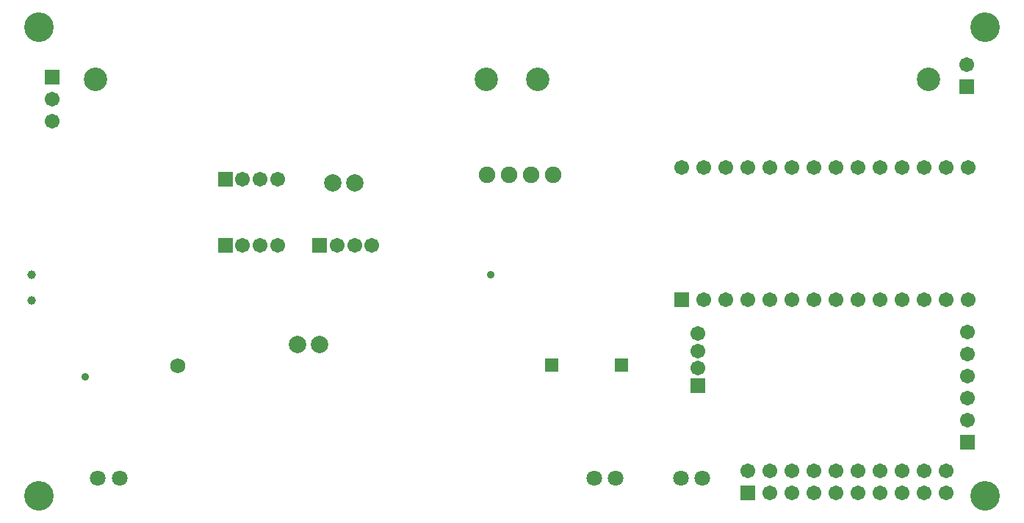
<source format=gbs>
G04*
G04 #@! TF.GenerationSoftware,Altium Limited,CircuitStudio,1.5.1 (13)*
G04*
G04 Layer_Color=8150272*
%FSLAX25Y25*%
%MOIN*%
G70*
G01*
G75*
%ADD43C,0.07087*%
%ADD79R,0.06706X0.06706*%
%ADD80C,0.06706*%
%ADD81C,0.07493*%
%ADD82C,0.07887*%
%ADD83R,0.06706X0.06706*%
%ADD84C,0.10642*%
%ADD85C,0.06800*%
%ADD86C,0.13398*%
%ADD87C,0.03950*%
%ADD88R,0.05918X0.05918*%
%ADD89C,0.03556*%
D43*
X832480Y437008D02*
D03*
X822638D02*
D03*
X871850D02*
D03*
X862008D02*
D03*
X607283D02*
D03*
X597441D02*
D03*
D79*
X892520Y430315D02*
D03*
X862598Y518110D02*
D03*
X655315Y572638D02*
D03*
Y542913D02*
D03*
X698228D02*
D03*
D80*
X892520Y440315D02*
D03*
X902520Y430315D02*
D03*
Y440315D02*
D03*
X912520Y430315D02*
D03*
Y440315D02*
D03*
X922520Y430315D02*
D03*
Y440315D02*
D03*
X932520Y430315D02*
D03*
Y440315D02*
D03*
X942520Y430315D02*
D03*
Y440315D02*
D03*
X952520Y430315D02*
D03*
Y440315D02*
D03*
X962520Y430315D02*
D03*
Y440315D02*
D03*
X972520Y430315D02*
D03*
Y440315D02*
D03*
X982520Y430315D02*
D03*
Y440315D02*
D03*
X869685Y502756D02*
D03*
Y494882D02*
D03*
Y487008D02*
D03*
X576772Y609094D02*
D03*
Y599094D02*
D03*
X862598Y578110D02*
D03*
X872598D02*
D03*
X882598D02*
D03*
X892598D02*
D03*
X902598D02*
D03*
X912598D02*
D03*
X922598D02*
D03*
X932598D02*
D03*
X942598D02*
D03*
X952598D02*
D03*
X962598D02*
D03*
X972598D02*
D03*
X982598D02*
D03*
X992598D02*
D03*
Y518110D02*
D03*
X982598D02*
D03*
X972598D02*
D03*
X962598D02*
D03*
X952598D02*
D03*
X942598D02*
D03*
X932598D02*
D03*
X922598D02*
D03*
X912598D02*
D03*
X902598D02*
D03*
X892598D02*
D03*
X882598D02*
D03*
X872598D02*
D03*
X678937Y572638D02*
D03*
X671063D02*
D03*
X663189D02*
D03*
X678937Y542913D02*
D03*
X671063D02*
D03*
X663189D02*
D03*
X721850D02*
D03*
X713976D02*
D03*
X706102D02*
D03*
X992126Y463543D02*
D03*
Y473543D02*
D03*
Y483543D02*
D03*
Y493543D02*
D03*
Y503543D02*
D03*
X991929Y624764D02*
D03*
D81*
X793976Y574803D02*
D03*
X783976D02*
D03*
X773976D02*
D03*
X803976D02*
D03*
D82*
X713937Y571260D02*
D03*
X703937D02*
D03*
X698189Y497638D02*
D03*
X688189D02*
D03*
D83*
X869685Y479134D02*
D03*
X576772Y619095D02*
D03*
X992126Y453543D02*
D03*
X991929Y614764D02*
D03*
D84*
X797244Y618110D02*
D03*
X974409D02*
D03*
X596457D02*
D03*
X773622D02*
D03*
D85*
X633858Y488189D02*
D03*
D86*
X570866Y641732D02*
D03*
X1000000D02*
D03*
X570866Y429134D02*
D03*
X1000000D02*
D03*
D87*
X567323Y529528D02*
D03*
Y517717D02*
D03*
D88*
X835039Y488386D02*
D03*
X803543D02*
D03*
D89*
X775787Y529528D02*
D03*
X591929Y483071D02*
D03*
M02*

</source>
